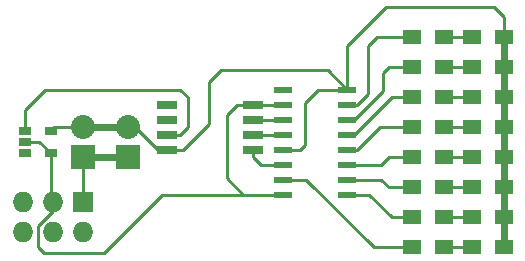
<source format=gbr>
G04 #@! TF.FileFunction,Copper,L1,Top,Signal*
%FSLAX46Y46*%
G04 Gerber Fmt 4.6, Leading zero omitted, Abs format (unit mm)*
G04 Created by KiCad (PCBNEW (2015-12-07 BZR 6352)-product) date Sun 07 Feb 2016 02:36:35 PM EST*
%MOMM*%
G01*
G04 APERTURE LIST*
%ADD10C,0.100000*%
%ADD11R,2.032000X2.032000*%
%ADD12O,2.032000X2.032000*%
%ADD13R,1.060000X0.650000*%
%ADD14R,1.500000X1.300000*%
%ADD15R,1.727200X1.727200*%
%ADD16O,1.727200X1.727200*%
%ADD17R,1.500000X0.600000*%
%ADD18R,1.700000X0.650000*%
%ADD19C,0.254000*%
%ADD20C,0.609600*%
G04 APERTURE END LIST*
D10*
D11*
X8890000Y11430000D03*
D12*
X8890000Y13970000D03*
D13*
X3980000Y13650000D03*
X3980000Y12700000D03*
X3980000Y11750000D03*
X6180000Y11750000D03*
X6180000Y13650000D03*
D11*
X12700000Y11430000D03*
D12*
X12700000Y13970000D03*
D14*
X41830000Y3810000D03*
X44530000Y3810000D03*
X41830000Y6350000D03*
X44530000Y6350000D03*
X41830000Y8890000D03*
X44530000Y8890000D03*
X41830000Y11430000D03*
X44530000Y11430000D03*
X41830000Y13970000D03*
X44530000Y13970000D03*
X41830000Y16510000D03*
X44530000Y16510000D03*
X41830000Y19050000D03*
X44530000Y19050000D03*
X41830000Y21590000D03*
X44530000Y21590000D03*
X39450000Y3810000D03*
X36750000Y3810000D03*
X39450000Y6350000D03*
X36750000Y6350000D03*
X39450000Y8890000D03*
X36750000Y8890000D03*
X39450000Y11430000D03*
X36750000Y11430000D03*
X39450000Y13970000D03*
X36750000Y13970000D03*
X39450000Y16510000D03*
X36750000Y16510000D03*
X39450000Y19050000D03*
X36750000Y19050000D03*
X39450000Y21590000D03*
X36750000Y21590000D03*
D15*
X8890000Y7620000D03*
D16*
X8890000Y5080000D03*
X6350000Y7620000D03*
X6350000Y5080000D03*
X3810000Y7620000D03*
X3810000Y5080000D03*
D17*
X31275000Y8255000D03*
X31275000Y9525000D03*
X31275000Y10795000D03*
X31275000Y12065000D03*
X31275000Y13335000D03*
X31275000Y14605000D03*
X31275000Y15875000D03*
X31275000Y17145000D03*
X25875000Y17145000D03*
X25875000Y15875000D03*
X25875000Y14605000D03*
X25875000Y13335000D03*
X25875000Y12065000D03*
X25875000Y10795000D03*
X25875000Y9525000D03*
X25875000Y8255000D03*
D18*
X16035000Y15875000D03*
X16035000Y14605000D03*
X16035000Y13335000D03*
X16035000Y12065000D03*
X23335000Y12065000D03*
X23335000Y13335000D03*
X23335000Y14605000D03*
X23335000Y15875000D03*
D19*
X16035000Y12065000D02*
X17399000Y12065000D01*
X29624000Y18796000D02*
X31275000Y17145000D01*
X20574000Y18796000D02*
X29624000Y18796000D01*
X19558000Y17780000D02*
X20574000Y18796000D01*
X19558000Y14224000D02*
X19558000Y17780000D01*
X17399000Y12065000D02*
X19558000Y14224000D01*
X44530000Y21590000D02*
X44530000Y23288000D01*
X44530000Y23288000D02*
X43688000Y24130000D01*
X43688000Y24130000D02*
X34544000Y24130000D01*
X34544000Y24130000D02*
X31275000Y20861000D01*
X31275000Y20861000D02*
X31275000Y17145000D01*
X25875000Y12065000D02*
X27305000Y12065000D01*
X28829000Y17145000D02*
X31275000Y17145000D01*
X27686000Y16002000D02*
X28829000Y17145000D01*
X27686000Y12446000D02*
X27686000Y16002000D01*
X27305000Y12065000D02*
X27686000Y12446000D01*
X16035000Y12065000D02*
X15240000Y12065000D01*
X15240000Y12065000D02*
X13335000Y13970000D01*
X13335000Y13970000D02*
X12700000Y13970000D01*
X44599860Y19050000D02*
X44599860Y16510000D01*
X44599860Y16510000D02*
X44599860Y13970000D01*
X44599860Y13970000D02*
X44599860Y11430000D01*
X44599860Y11430000D02*
X44599860Y8890000D01*
X44599860Y8890000D02*
X44599860Y6350000D01*
X44599860Y6350000D02*
X44599860Y3810000D01*
X44599860Y21590000D02*
X44599860Y19050000D01*
D20*
X12700000Y13970000D02*
X8890000Y13970000D01*
D19*
X8890000Y13970000D02*
X6500000Y13970000D01*
X6500000Y13970000D02*
X6180000Y13650000D01*
D20*
X44530000Y21590000D02*
X44530000Y19050000D01*
X44530000Y6350000D02*
X44530000Y3810000D01*
X44530000Y8890000D02*
X44530000Y6350000D01*
X44530000Y11430000D02*
X44530000Y8890000D01*
X44530000Y13970000D02*
X44530000Y11430000D01*
X44530000Y16510000D02*
X44530000Y13970000D01*
X44530000Y19050000D02*
X44530000Y16510000D01*
D19*
X12700000Y13970000D02*
X13208000Y13970000D01*
X6350000Y7620000D02*
X6350000Y6858000D01*
X6350000Y6858000D02*
X5080000Y5588000D01*
X15621000Y8255000D02*
X25875000Y8255000D01*
X10668000Y3302000D02*
X15621000Y8255000D01*
X5588000Y3302000D02*
X10668000Y3302000D01*
X5080000Y3810000D02*
X5588000Y3302000D01*
X5080000Y5588000D02*
X5080000Y3810000D01*
X23335000Y15875000D02*
X21971000Y15875000D01*
X22479000Y8255000D02*
X25875000Y8255000D01*
X21082000Y9652000D02*
X22479000Y8255000D01*
X21082000Y14986000D02*
X21082000Y9652000D01*
X21971000Y15875000D02*
X21082000Y14986000D01*
X23335000Y15875000D02*
X25875000Y15875000D01*
X6180000Y11750000D02*
X6180000Y7790000D01*
X6180000Y7790000D02*
X6350000Y7620000D01*
X6180000Y11750000D02*
X5230000Y12700000D01*
X5230000Y12700000D02*
X3980000Y12700000D01*
X16035000Y13335000D02*
X17145000Y13335000D01*
X3980000Y15410000D02*
X3980000Y13650000D01*
X5715000Y17145000D02*
X3980000Y15410000D01*
X17145000Y17145000D02*
X5715000Y17145000D01*
X17780000Y16510000D02*
X17145000Y17145000D01*
X17780000Y13970000D02*
X17780000Y16510000D01*
X17145000Y13335000D02*
X17780000Y13970000D01*
X23335000Y12065000D02*
X23335000Y11463000D01*
X24003000Y10795000D02*
X25875000Y10795000D01*
X23335000Y11463000D02*
X24003000Y10795000D01*
X23335000Y13335000D02*
X25875000Y13335000D01*
X23335000Y14605000D02*
X25875000Y14605000D01*
X25875000Y9525000D02*
X27813000Y9525000D01*
X33528000Y3810000D02*
X36750000Y3810000D01*
X27813000Y9525000D02*
X33528000Y3810000D01*
X31275000Y8255000D02*
X33147000Y8255000D01*
X35052000Y6350000D02*
X36750000Y6350000D01*
X33147000Y8255000D02*
X35052000Y6350000D01*
X31275000Y9525000D02*
X34163000Y9525000D01*
X34798000Y8890000D02*
X36750000Y8890000D01*
X34163000Y9525000D02*
X34798000Y8890000D01*
X31275000Y10795000D02*
X34163000Y10795000D01*
X34798000Y11430000D02*
X36750000Y11430000D01*
X34163000Y10795000D02*
X34798000Y11430000D01*
X31275000Y12065000D02*
X32131000Y12065000D01*
X34036000Y13970000D02*
X36750000Y13970000D01*
X32131000Y12065000D02*
X34036000Y13970000D01*
X31275000Y13335000D02*
X31877000Y13335000D01*
X31877000Y13335000D02*
X35052000Y16510000D01*
X35052000Y16510000D02*
X36750000Y16510000D01*
X31275000Y14605000D02*
X31877000Y14605000D01*
X31877000Y14605000D02*
X34290000Y17018000D01*
X34290000Y17018000D02*
X34290000Y18542000D01*
X34290000Y18542000D02*
X34798000Y19050000D01*
X34798000Y19050000D02*
X36750000Y19050000D01*
X40100000Y3810000D02*
X41760140Y3810000D01*
X41760140Y6350000D02*
X40100000Y6350000D01*
X40100000Y8890000D02*
X41760140Y8890000D01*
X41760140Y11430000D02*
X40100000Y11430000D01*
X40100000Y13970000D02*
X41760140Y13970000D01*
X41760140Y16510000D02*
X40100000Y16510000D01*
X40100000Y19050000D02*
X41760140Y19050000D01*
X41760140Y21590000D02*
X40100000Y21590000D01*
X31275000Y15875000D02*
X32131000Y15875000D01*
X33782000Y21590000D02*
X36750000Y21590000D01*
X33020000Y20828000D02*
X33782000Y21590000D01*
X33020000Y16764000D02*
X33020000Y20828000D01*
X32131000Y15875000D02*
X33020000Y16764000D01*
X8890000Y7620000D02*
X8890000Y11430000D01*
D20*
X8890000Y11430000D02*
X12700000Y11430000D01*
M02*

</source>
